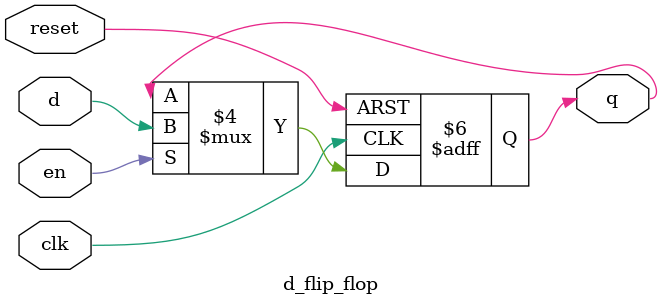
<source format=sv>
`timescale 1ns / 1ps


module d_flip_flop (
  input logic clk,
  input logic reset,
  input logic d,
  input logic en,
  output logic q
);

  always_ff @(posedge clk or  negedge reset) begin
    if (!reset)
      q <= 0; // Reset the flip-flop
    else if (en)
      q <= d; // Store the value of D on the rising edge of the clock
    else 
      q <= q;
  end

endmodule

</source>
